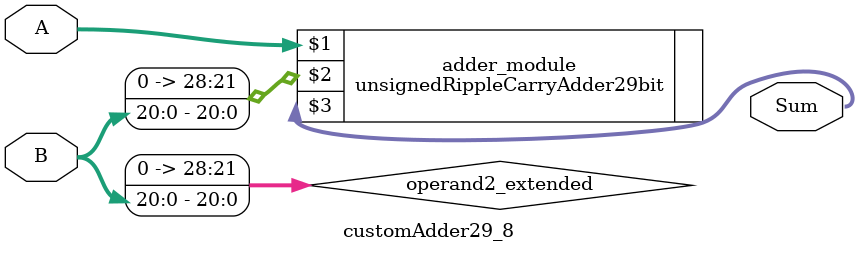
<source format=v>

module customAdder29_8(
                    input [28 : 0] A,
                    input [20 : 0] B,
                    
                    output [29 : 0] Sum
            );

    wire [28 : 0] operand2_extended;
    
    assign operand2_extended =  {8'b0, B};
    
    unsignedRippleCarryAdder29bit adder_module(
        A,
        operand2_extended,
        Sum
    );
    
endmodule
        
</source>
